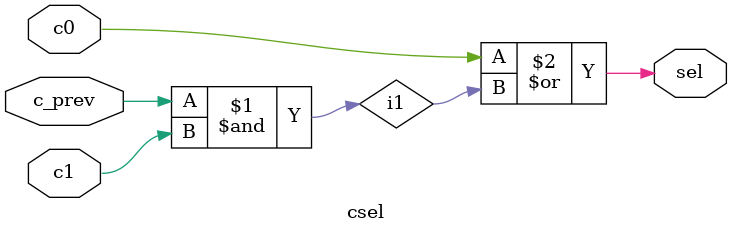
<source format=v>
`timescale 1ns / 1ps
module csel(
    input c_prev,
    input c0,
    input c1,
    output sel
    );
wire i1;

and #1 a1(i1, c_prev, c1);
or #1 o1(sel, c0, i1);
endmodule

</source>
